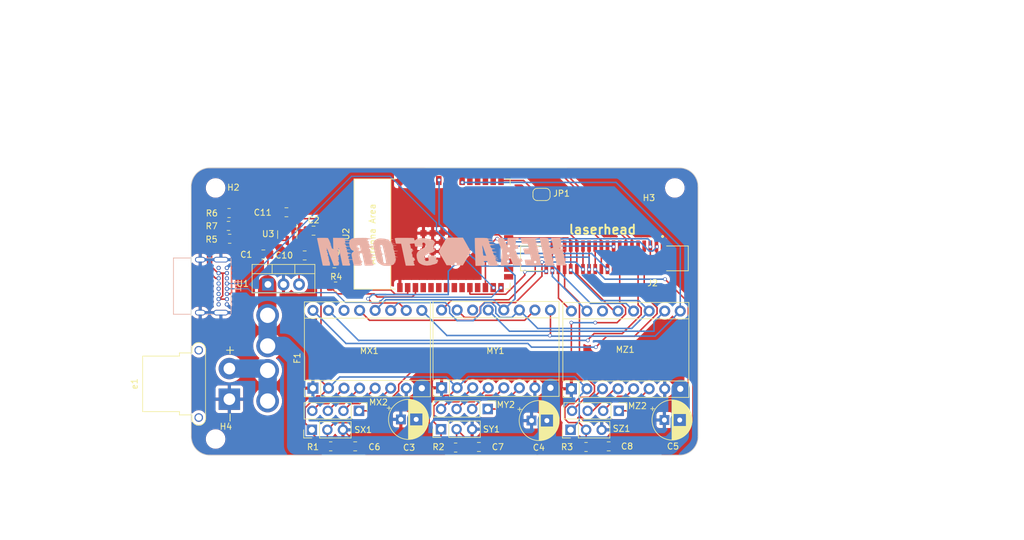
<source format=kicad_pcb>
(kicad_pcb (version 20221018) (generator pcbnew)
  (title_block (title "Firestarter") (date "2020-05-17") (rev "1") (company "Hexastorm"))
  (layers (0 "F.Cu" signal) (31 "B.Cu" signal) (34 "B.Paste" user) (35 "F.Paste" user) (36 "B.SilkS" user "B.Silkscreen") (37 "F.SilkS" user "F.Silkscreen") (38 "B.Mask" user) (39 "F.Mask" user) (44 "Edge.Cuts" user))
  (net 0 "")
  (net 1 "+12V")
  (net 2 "+5V")
  (net 3 "GND")
  (net 4 "+3.3V")
  (net 5 "STEP_ENABLE")
  (net 6 "X_PO")
  (net 7 "Y_PO")
  (net 8 "Z_PO")
  (net 9 "Net-(e1-Pin_2)")
  (net 10 "SPI_SI")
  (net 11 "POT_SDA")
  (net 12 "SPI_SS")
  (net 13 "POT_SCL")
  (net 14 "SPI_SS2")
  (net 15 "SPI_SO")
  (net 16 "SPI_SCK")
  (net 17 "X_1B")
  (net 18 "X_1A")
  (net 19 "X_DIR")
  (net 20 "X_STEP")
  (net 21 "SPI_SS3")
  (net 22 "X_2A")
  (net 23 "SPI_XOYI")
  (net 24 "Y_DIR")
  (net 25 "Y_STEP")
  (net 26 "Z_DIR")
  (net 27 "Z_STEP")
  (net 28 "X_2B")
  (net 30 "CFG_RST")
  (net 31 "Y_1B")
  (net 32 "Y_1A")
  (net 33 "Y_2A")
  (net 34 "SPI_YOZI")
  (net 35 "CFG_DONE")
  (net 36 "Y_2B")
  (net 38 "Z_1B")
  (net 39 "Z_1A")
  (net 40 "Z_2A")
  (net 41 "Z_2B")
  (net 43 "FREE")
  (net 44 "Net-(P1-VBUS-PadA4)")
  (net 45 "Net-(P1-CC)")
  (net 46 "Net-(P1-VCONN)")
  (net 47 "Net-(U2-EN)")
  (net 52 "D-")
  (net 53 "D+")
  (net 59 "Net-(JP1-A)")
  (footprint "MountingHole:MountingHole_2.7mm_M2.5" (layer "F.Cu") (at 155 127 180)
    (fp_text reference "H2")
    (fp_text value "MountingHole")
  )
  (footprint "MountingHole:MountingHole_2.7mm_M2.5" (layer "F.Cu") (at 230 127.95)
    (fp_text reference "H3")
    (fp_text value "MountingHole")
  )
  (footprint "MountingHole:MountingHole_2.7mm_M2.5" (layer "F.Cu") (at 155 168)
    (fp_text reference "H4")
    (fp_text value "MountingHole")
  )
  (footprint "footprints:AMASS_XT30PW-F_1x02_P2.50mm_Horizontal" (layer "F.Cu") (at 157.25 161.5 90)
    (fp_text reference "e1")
    (fp_text value "Screw_Terminal_01x02")
  )
  (footprint "Capacitor_THT:CP_Radial_D6.3mm_P2.50mm" (layer "F.Cu") (at 185.26 164.8)
    (fp_text reference "C3")
    (fp_text value "100uF")
  )
  (footprint "Connector_PinHeader_2.54mm:PinHeader_1x04_P2.54mm_Vertical" (layer "F.Cu") (at 199.44 163.1 -90)
    (fp_text reference "MY2")
    (fp_text value "MOLEX_2041")
  )
  (footprint "Connector_PinHeader_2.54mm:PinHeader_1x03_P2.54mm_Vertical" (layer "F.Cu") (at 191.82 166.4 90)
    (fp_text reference "SY1")
    (fp_text value "MOLEX_2031")
  )
  (footprint "footprints:ESP32-S3-WROOM-2" (layer "F.Cu") (at 193.36 134.53 90)
    (fp_text reference "U2")
    (fp_text value "ESP32-S3-WROOM-2")
  )
  (footprint "Capacitor_SMD:C_0805_2012Metric_Pad1.18x1.45mm_HandSolder" (layer "F.Cu") (at 219.2 169.2 180)
    (fp_text reference "C8")
    (fp_text value "0.1uF")
  )
  (footprint "footprints:TMC2130" (layer "F.Cu") (at 213.11 159.8 90)
    (fp_text reference "MZ1")
    (fp_text value "Z_STEPPER")
  )
  (footprint "footprints:TMC2130" (layer "F.Cu") (at 191.91 159.64 90)
    (fp_text reference "MY1")
    (fp_text value "Y_STEPPER")
  )
  (footprint "Package_TO_SOT_SMD:SOT-23" (layer "F.Cu") (at 166.7 134.6175 -90)
    (fp_text reference "U3")
    (fp_text value "MCP1700x-330xxTT")
  )
  (footprint "Capacitor_SMD:C_0805_2012Metric_Pad1.18x1.45mm_HandSolder" (layer "F.Cu") (at 169.5475 138.02)
    (fp_text reference "C10")
    (fp_text value "1mF")
  )
  (footprint "Capacitor_SMD:C_0805_2012Metric_Pad1.18x1.45mm_HandSolder" (layer "F.Cu") (at 177.8 169.2 180)
    (fp_text reference "C6")
    (fp_text value "0.1uF")
  )
  (footprint "Resistor_SMD:R_0805_2012Metric" (layer "F.Cu") (at 173.8 169.2)
    (fp_text reference "R1")
    (fp_text value "10K")
  )
  (footprint "Capacitor_SMD:C_0805_2012Metric_Pad1.18x1.45mm_HandSolder" (layer "F.Cu") (at 198 169.3 180)
    (fp_text reference "C7")
    (fp_text value "0.1uF")
  )
  (footprint "Capacitor_SMD:C_0805_2012Metric_Pad1.18x1.45mm_HandSolder" (layer "F.Cu") (at 174.4 139.3 180)
    (fp_text reference "C9")
    (fp_text value "1uF")
  )
  (footprint "Capacitor_SMD:C_0805_2012Metric_Pad1.18x1.45mm_HandSolder" (layer "F.Cu") (at 162.8 137.86 180)
    (fp_text reference "C1")
    (fp_text value "0.33mF")
  )
  (footprint "footprints:MCCQ-121" (layer "F.Cu") (at 163.5 154.8 90)
    (fp_text reference "F1")
    (fp_text value "30A")
  )
  (footprint "Resistor_SMD:R_0805_2012Metric" (layer "F.Cu") (at 174.6 143.1 180)
    (fp_text reference "R4")
    (fp_text value "10K")
  )
  (footprint "Connector_PinHeader_2.54mm:PinHeader_1x04_P2.54mm_Vertical" (layer "F.Cu") (at 178.42 163.4 -90)
    (fp_text reference "MX2")
    (fp_text value "MOLEX_2041")
  )
  (footprint "Capacitor_THT:CP_Radial_D6.3mm_P2.50mm" (layer "F.Cu") (at 228.3 164.9)
    (fp_text reference "C5")
    (fp_text value "100uF")
  )
  (footprint "Capacitor_SMD:C_0805_2012Metric_Pad1.18x1.45mm_HandSolder" (layer "F.Cu") (at 166.57 130.97)
    (fp_text reference "C11")
    (fp_text value "1mF")
  )
  (footprint "Jumper:SolderJumper-2_P1.3mm_Open_RoundedPad1.0x1.5mm" (layer "F.Cu") (at 208.23 128.06)
    (fp_text reference "JP1")
    (fp_text value "Jumper_2_Open")
  )
  (footprint "Connector_PinHeader_2.54mm:PinHeader_1x03_P2.54mm_Vertical" (layer "F.Cu") (at 212.975 166.5 90)
    (fp_text reference "SZ1")
    (fp_text value "MOLEX_2031")
  )
  (footprint "Resistor_SMD:R_0805_2012Metric" (layer "F.Cu") (at 194.2 169.4)
    (fp_text reference "R2")
    (fp_text value "10K")
  )
  (footprint "Connector_PinHeader_2.54mm:PinHeader_1x04_P2.54mm_Vertical" (layer "F.Cu") (at 220.84 163.4 -90)
    (fp_text reference "MZ2")
    (fp_text value "MOLEX_2041")
  )
  (footprint "Resistor_SMD:R_0805_2012Metric" (layer "F.Cu") (at 157.3 135.3)
    (fp_text reference "R5")
    (fp_text value "5.1K")
  )
  (footprint "Package_TO_SOT_THT:TO-220-3_Vertical" (layer "F.Cu") (at 163.55 142.76)
    (fp_text reference "U1")
    (fp_text value "LM7805_TO220")
  )
  (footprint "Resistor_SMD:R_0805_2012Metric" (layer "F.Cu") (at 157.1 133.2)
    (fp_text reference "R7")
    (fp_text value "0K")
  )
  (footprint "Capacitor_THT:CP_Radial_D6.3mm_P2.50mm" (layer "F.Cu") (at 206.6 164.99)
    (fp_text reference "C4")
    (fp_text value "100uF")
  )
  (footprint "footprints:TE_2-1734248-0" (layer "F.Cu") (at 219.03 138.485 180)
    (fp_text reference "J2")
    (fp_text value "2-1734248-0")
  )
  (footprint "Capacitor_SMD:C_0805_2012Metric_Pad1.18x1.45mm_HandSolder" (layer "F.Cu") (at 171 133.98 180)
    (fp_text reference "C2")
    (fp_text value "0.1mF")
  )
  (footprint "Resistor_SMD:R_0805_2012Metric" (layer "F.Cu") (at 157.2 131.1)
    (fp_text reference "R6")
    (fp_text value "5.1K")
  )
  (footprint "Resistor_SMD:R_0805_2012Metric" (layer "F.Cu") (at 215.5 169.3)
    (fp_text reference "R3")
    (fp_text value "10K")
  )
  (footprint "footprints:TMC2130" (layer "F.Cu") (at 170.9 159.7 90)
    (fp_text reference "MX1")
    (fp_text value "X_STEPPER")
  )
  (footprint "Connector_PinHeader_2.54mm:PinHeader_1x03_P2.54mm_Vertical" (layer "F.Cu") (at 170.72 166.5 90)
    (fp_text reference "SX1")
    (fp_text value "MOLEX_2031")
  )
  (footprint "footprints:USB_C_Receptacle_GCT_USB4085" (layer "B.Cu") (at 156.85 146.01 90)
    (fp_text reference "P1")
    (fp_text value "USB_C_Plug_USB2.0")
  )
  (footprint "footprints:hexastorm" (layer "B.Cu") (at 192.1 137.4 180)
    (fp_text reference "G1" hide)
    (fp_text value "LOGO" hide)
  )
  (gr_arc (start 154.069261 170.648) (mid 151.914 169.755261) (end 151.021261 167.6) (stroke (width 0.12)) (layer "Edge.Cuts"))
  (gr_arc (start 233.8 167.6) (mid 232.907261 169.755261) (end 230.752 170.648) (stroke (width 0.12)) (layer "Edge.Cuts"))
  (gr_arc (start 230.744739 123.707261) (mid 232.9 124.6) (end 233.792739 126.755261) (stroke (width 0.12)) (layer "Edge.Cuts"))
  (gr_arc (start 151.007261 126.755261) (mid 151.9 124.6) (end 154.055261 123.707261) (stroke (width 0.12)) (layer "Edge.Cuts"))
  (gr_line (start 154.055261 123.707261) (end 230.744739 123.707261) (stroke (width 0.12)) (layer "Edge.Cuts"))
  (gr_line (start 154.069261 170.648) (end 230.752 170.648) (stroke (width 0.12)) (layer "Edge.Cuts"))
  (gr_line (start 233.8 167.6) (end 233.8 126.755261) (stroke (width 0.12)) (layer "Edge.Cuts"))
  (gr_line (start 151.007261 126.755261) (end 151.021261 167.6) (stroke (width 0.12)) (layer "Edge.Cuts"))
  (gr_text "laserhead" (at 218.2 133.8) (layer "F.SilkS") (effects (font (size 1.5 1.5) (thickness 0.3))))
  (segment (start 163.55 138.1475) (end 163.8375 137.86) (width 0.25) (layer "F.Cu") (net 1))
  (segment (start 163.4375 147.7375) (end 163.4375 142.76) (width 3) (layer "F.Cu") (net 1))
  (segment (start 163.5 147.8) (end 163.4375 147.7375) (width 3) (layer "F.Cu") (net 1))
  (segment (start 163.55 142.76) (end 163.55 138.1475) (width 0.25) (layer "F.Cu") (net 1))
  (segment (start 163.5 152.8) (end 166.116295 152.8) (width 3) (layer "B.Cu") (net 1))
  (segment (start 209.75 164.34) (end 209.75 159.64) (width 3) (layer "B.Cu") (net 1))
  (segment (start 168.17 154.853705) (end 168.17 169.05) (width 3) (layer "B.Cu") (net 1))
  (segment (start 230.8 164.9) (end 230.95 164.75) (width 3) (layer "B.Cu") (net 1))
  (segment (start 179.6 169.05) (end 185.05 169.05) (width 3) (layer "B.Cu") (net 1))
  (segment (start 187.76 166.34) (end 187.76 164.8) (width 3) (layer "B.Cu") (net 1))
  (segment (start 230.95 164.75) (end 230.95 159.8) (width 3) (layer "B.Cu") (net 1))
  (segment (start 188.74 163.82) (end 188.74 159.7) (width 3) (layer "B.Cu") (net 1))
  (segment (start 230.8 167.4) (end 230.8 164.9) (width 3) (layer "B.Cu") (net 1))
  (segment (start 168.17 169.05) (end 179.6 169.05) (width 3) (layer "B.Cu") (net 1))
  (segment (start 209.1 167.49) (end 209.1 164.99) (width 3) (layer "B.Cu") (net 1))
  (segment (start 209.1 164.99) (end 209.75 164.34) (width 3) (layer "B.Cu") (net 1))
  (segment (start 185.05 169.05) (end 187.76 166.34) (width 3) (layer "B.Cu") (net 1))
  (segment (start 229.15 169.05) (end 230.8 167.4) (width 3) (layer "B.Cu") (net 1))
  (segment (start 207.54 169.05) (end 209.1 167.49) (width 3) (layer "B.Cu") (net 1))
  (segment (start 166.116295 152.8) (end 168.17 154.853705) (width 3) (layer "B.Cu") (net 1))
  (segment (start 207.54 169.05) (end 229.15 169.05) (width 3) (layer "B.Cu") (net 1))
  (segment (start 163.5 147.8) (end 163.5 152.8) (width 3) (layer "B.Cu") (net 1))
  (segment (start 187.76 164.8) (end 188.74 163.82) (width 3) (layer "B.Cu") (net 1))
  (segment (start 179.6 169.05) (end 207.54 169.05) (width 3) (layer "B.Cu") (net 1))
  (segment (start 172.0375 134.4925) (end 172.0375 133.98) (width 0.25) (layer "F.Cu") (net 2))
  (segment (start 168.63 138.14) (end 168.51 138.02) (width 0.25) (layer "F.Cu") (net 2))
  (segment (start 166.7 135.555) (end 166.7 136.21) (width 0.25) (layer "F.Cu") (net 2))
  (segment (start 166.7 136.21) (end 168.51 138.02) (width 0.25) (layer "F.Cu") (net 2))
  (segment (start 158.0125 133.2) (end 160.3675 135.555) (width 0.25) (layer "F.Cu") (net 2))
  (segment (start 160.3675 135.555) (end 166.7 135.555) (width 0.25) (layer "F.Cu") (net 2))
  (segment (start 168.51 138.02) (end 172.0375 134.4925) (width 0.25) (layer "F.Cu") (net 2))
  (segment (start 168.63 142.76) (end 168.63 138.14) (width 0.25) (layer "F.Cu") (net 2))
  (segment (start 178.5 169.2) (end 178.8375 169.2) (width 0.25) (layer "F.Cu") (net 3))
  (segment (start 175.8 166.5) (end 178.5 169.2) (width 0.25) (layer "F.Cu") (net 3))
  (segment (start 190.645 162.613299) (end 192.393299 160.865) (width 0.25) (layer "F.Cu") (net 4))
  (segment (start 166.5825 132.02) (end 165.5325 130.97) (width 0.25) (layer "F.Cu") (net 4))
  (segment (start 176.35 136.65) (end 175.9 136.2) (width 0.25) (layer "F.Cu") (net 4))
  (segment (start 169.625 165.405) (end 169.625 162.913299) (width 0.25) (layer "F.Cu") (net 4))
  (segment (start 169.625 162.913299) (end 171.566497 160.971802) (width 0.25) (layer "F.Cu") (net 4))
  (segment (start 190.645 165.225) (end 190.645 162.613299) (width 0.25) (layer "F.Cu") (net 4))
  (segment (start 191.82 166.4) (end 191.82 167.9325) (width 0.25) (layer "F.Cu") (net 4))
  (segment (start 175.9 136.2) (end 171.72 132.02) (width 0.25) (layer "F.Cu") (net 4))
  (segment (start 191.82 166.4) (end 190.645 165.225) (width 0.25) (layer "F.Cu") (net 4))
  (segment (start 170.72 166.5) (end 170.72 167.0325) (width 0.25) (layer "F.Cu") (net 4))
  (segment (start 165.5325 130.97) (end 165.5325 133.4625) (width 0.25) (layer "F.Cu") (net 4))
  (segment (start 171.566497 160.971802) (end 172.168198 160.971802) (width 0.25) (layer "F.Cu") (net 4))
  (segment (start 172.215 138.821827) (end 174.836827 136.2) (width 0.25) (layer "F.Cu") (net 4))
  (segment (start 175.5125 143.1) (end 176.0675 143.655) (width 0.25) (layer "F.Cu") (net 4))
  (segment (start 172.168198 160.971802) (end 173.44 159.7) (width 0.25) (layer "F.Cu") (net 4))
  (segment (start 170.72 167.0325) (end 172.8875 169.2) (width 0.25) (layer "F.Cu") (net 4))
  (segment (start 178.2 143.655) (end 183.625 143.655) (width 0.25) (layer "F.Cu") (net 4))
  (segment (start 193.225 160.865) (end 194.45 159.64) (width 0.25) (layer "F.Cu") (net 4))
  (segment (start 165.5325 133.4625) (end 165.75 133.68) (width 0.25) (layer "F.Cu") (net 4))
  (segment (start 186.295 144.355) (end 186.37 144.28) (width 0.25) (layer "F.Cu") (net 4))
  (segment (start 192.393299 160.865) (end 193.225 160.865) (width 0.25) (layer "F.Cu") (net 4))
  (segment (start 171.72 132.02) (end 166.5825 132.02) (width 0.25) (layer "F.Cu") (net 4))
  (segment (start 186.37 144.28) (end 186.37 143.28) (width 0.25) (layer "F.Cu") (net 4))
  (segment (start 173.44 159.7) (end 172.215 158.475) (width 0.25) (layer "F.Cu") (net 4))
  (segment (start 184.325 144.355) (end 186.295 144.355) (width 0.25) (layer "F.Cu") (net 4))
  (segment (start 191.82 167.9325) (end 193.2875 169.4) (width 0.25) (layer "F.Cu") (net 4))
  (segment (start 170.72 166.5) (end 169.625 165.405) (width 0.25) (layer "F.Cu") (net 4))
  (segment (start 183.625 143.655) (end 184.325 144.355) (width 0.25) (layer "F.Cu") (net 4))
  (segment (start 175.5125 143.1) (end 176.35 142.2625) (width 0.25) (layer "F.Cu") (net 4))
  (segment (start 176.0675 143.655) (end 178.2 143.655) (width 0.25) (layer "F.Cu") (net 4))
  (segment (start 172.215 158.475) (end 172.215 138.821827) (width 0.25) (layer "F.Cu") (net 4))
  (segment (start 176.35 142.2625) (end 176.35 136.65) (width 0.25) (layer "F.Cu") (net 4))
  (segment (start 174.836827 136.2) (end 175.9 136.2) (width 0.25) (layer "F.Cu") (net 4))
  (segment (start 194.45 159.64) (end 192.685 157.875) (width 0.25) (layer "B.Cu") (net 4))
  (segment (start 175.265 157.875) (end 173.44 159.7) (width 0.25) (layer "B.Cu") (net 4))
  (segment (start 194.45 159.64) (end 196.275 157.815) (width 0.25) (layer "B.Cu") (net 4))
  (segment (start 213.665 157.815) (end 215.65 159.8) (width 0.25) (layer "B.Cu") (net 4))
  (segment (start 212.975 166.5) (end 214.395 165.08) (width 0.25) (layer "B.Cu") (net 4))
  (segment (start 214.395 161.055) (end 215.65 159.8) (width 0.25) (layer "B.Cu") (net 4))
  (segment (start 192.685 157.875) (end 175.265 157.875) (width 0.25) (layer "B.Cu") (net 4))
  (segment (start 214.395 165.08) (end 214.395 161.055) (width 0.25) (layer "B.Cu") (net 4))
  (segment (start 196.275 157.815) (end 213.665 157.815) (width 0.25) (layer "B.Cu") (net 4))
  (segment (start 209.6 151.1) (end 209.69 151.01) (width 0.25) (layer "F.Cu") (net 5))
  (segment (start 209.69 151.01) (end 209.69 146.94) (width 0.25) (layer "F.Cu") (net 5))
  (via (at 209.6 151.1) (size 0.6) (drill 0.4) (layers "F.Cu" "B.Cu") (net 5))
  (via (at 195.3 126.1) (size 0.6) (drill 0.4) (layers "F.Cu" "B.Cu") (net 5))
  (segment (start 230.89 136.61) (end 230.89 147.1) (width 0.25) (layer "B.Cu") (net 5))
  (segment (start 195.3 126.1) (end 220.4 126.1) (width 0.25) (layer "B.Cu") (net 5))
  (segment (start 230.9 136.6) (end 230.89 136.61) (width 0.25) (layer "B.Cu") (net 5))
  (segment (start 188.68 147) (end 192.78 151.1) (width 0.25) (layer "B.Cu") (net 5))
  (segment (start 192.78 151.1) (end 209.6 151.1) (width 0.25) (layer "B.Cu") (net 5))
  (segment (start 209.6 151.1) (end 209.5 151) (width 0.25) (layer "B.Cu") (net 5))
  (segment (start 230.89 147.1) (end 226.79 151.2) (width 0.25) (layer "B.Cu") (net 5))
  (segment (start 220.4 126.1) (end 230.9 136.6) (width 0.25) (layer "B.Cu") (net 5))
  (segment (start 209.7 151.2) (end 209.6 151.1) (width 0.25) (layer "B.Cu") (net 5))
  (segment (start 226.79 151.2) (end 209.7 151.2) (width 0.25) (layer "B.Cu") (net 5))
  (segment (start 220.562412 149) (end 217 149) (width 0.25) (layer "F.Cu") (net 6))
  (segment (start 213.1 154.9) (end 213.1 149) (width 0.25) (layer "F.Cu") (net 6))
  (segment (start 184.9 159.1) (end 188.6 155.4) (width 0.25) (layer "F.Cu") (net 6))
  (segment (start 221 145.637588) (end 221.955 146.592588) (width 0.25) (layer "F.Cu") (net 6))
  (segment (start 212.6 155.4) (end 213.1 154.9) (width 0.25) (layer "F.Cu") (net 6))
  (segment (start 179.707412 165.325) (end 184.9 160.132412) (width 0.25) (layer "F.Cu") (net 6))
  (segment (start 173.26 166.5) (end 174.435 165.325) (width 0.25) (layer "F.Cu") (net 6))
  (segment (start 174.435 165.325) (end 179.707412 165.325) (width 0.25) (layer "F.Cu") (net 6))
  (segment (start 173.26 167.7475) (end 174.7125 169.2) (width 0.25) (layer "F.Cu") (net 6))
  (segment (start 221.955 147.607412) (end 220.562412 149) (width 0.25) (layer "F.Cu") (net 6))
  (segment (start 184.9 160.132412) (end 184.9 159.1) (width 0.25) (layer "F.Cu") (net 6))
  (segment (start 174.7125 169.2) (end 176.7625 169.2) (width 0.25) (layer "F.Cu") (net 6))
  (segment (start 188.6 155.4) (end 212.6 155.4) (width 0.25) (layer "F.Cu") (net 6))
  (segment (start 221 140.25) (end 221 145.637588) (width 0.25) (layer "F.Cu") (net 6))
  (segment (start 221 136.5) (end 221 140.25) (width 0.25) (layer "F.Cu") (net 6))
  (segment (start 173.26 166.5) (end 173.26 167.7475) (width 0.25) (layer "F.Cu") (net 6))
  (segment (start 221.955 146.592588) (end 221.955 147.607412) (width 0.25) (layer "F.Cu") (net 6))
  (via (at 213.1 149) (size 0.6) (drill 0.4) (layers "F.Cu" "B.Cu") (net 6))
  (via (at 217 149) (size 0.6) (drill 0.4) (layers "F.Cu" "B.Cu") (net 6))
  (segment (start 213.1 149) (end 217 149) (width 0.25) (layer "B.Cu") (net 6))
  (segment (start 198.31 170.35) (end 226.940991 170.35) (width 0.25) (layer "F.Cu") (net 7))
  (segment (start 194.36 166.4) (end 194.36 168.6475) (width 0.25) (layer "F.Cu") (net 7))
  (segment (start 217 136.5) (end 217 140.3) (width 0.25) (layer "F.Cu") (net 7))
  (segment (start 196.8625 169.4) (end 196.9625 169.3) (width 0.25) (layer "F.Cu") (net 7))
  (segment (start 217 140.3) (end 217 140.25) (width 0.25) (layer "F.Cu") (net 7))
  (segment (start 194.36 168.6475) (end 195.1125 169.4) (width 0.25) (layer "F.Cu") (net 7))
  (segment (start 232.2 165.090991) (end 232.2 145.7) (width 0.25) (layer "F.Cu") (net 7))
  (segment (start 226.940991 170.35) (end 232.2 165.090991) (width 0.25) (layer "F.Cu") (net 7))
  (segment (start 195.1125 169.4) (end 196.8625 169.4) (width 0.25) (layer "F.Cu") (net 7))
  (segment (start 232.2 145.7) (end 228.4 141.9) (width 0.25) (layer "F.Cu") (net 7))
  (segment (start 194.36 166.4) (end 198.31 170.35) (width 0.25) (layer "F.Cu") (net 7))
  (via (at 217 140.3) (size 0.6) (drill 0.4) (layers "F.Cu" "B.Cu") (net 7))
  (via (at 228.4 141.9) (size 0.6) (drill 0.4) (layers "F.Cu" "B.Cu") (net 7))
  (segment (start 218.6 141.9) (end 228.4 141.9) (width 0.25) (layer "B.Cu") (net 7))
  (segment (start 217 140.3) (end 218.6 141.9) (width 0.25) (layer "B.Cu") (net 7))
  (segment (start 214.508794 161.191206) (end 215.991206 161.191206) (width 0.25) (layer "F.Cu") (net 8))
  (segment (start 216.875 159.292588) (end 214.425 156.842588) (width 0.25) (layer "F.Cu") (net 8))
  (segment (start 212 136.5) (end 212 140.25) (width 0.25) (layer "F.Cu") (net 8))
  (segment (start 213.475 162.225) (end 214.508794 161.191206) (width 0.25) (layer "F.Cu") (net 8))
  (segment (start 212.733299 162.225) (end 213.475 162.225) (width 0.25) (layer "F.Cu") (net 8))
  (segment (start 216.875 160.307412) (end 216.875 159.292588) (width 0.25) (layer "F.Cu") (net 8))
  (segment (start 218.0625 169.3) (end 218.1625 169.2) (width 0.25) (layer "F.Cu") (net 8))
  (segment (start 212 143.3) (end 212 140.25) (width 0.25) (layer "F.Cu") (net 8))
  (segment (start 215.515 168.4025) (end 216.4125 169.3) (width 0.25) (layer "F.Cu") (net 8))
  (segment (start 216.4125 169.3) (end 218.0625 169.3) (width 0.25) (layer "F.Cu") (net 8))
  (segment (start 214.425 145.725) (end 212 143.3) (width 0.25) (layer "F.Cu") (net 8))
  (segment (start 212.045 164.735) (end 212.045 162.913299) (width 0.25) (layer "F.Cu") (net 8))
  (segment (start 214.425 156.842588) (end 214.425 145.725) (width 0.25) (layer "F.Cu") (net 8))
  (segment (start 215.515 166.5) (end 214.34 165.325) (width 0.25) (layer "F.Cu") (net 8))
  (segment (start 212.635 165.325) (end 212.045 164.735) (width 0.25) (layer "F.Cu") (net 8))
  (segment (start 215.991206 161.191206) (end 216.875 160.307412) (width 0.25) (layer "F.Cu") (net 8))
  (segment (start 215.515 166.5) (end 215.515 168.4025) (width 0.25) (layer "F.Cu") (net 8))
  (segment (start 214.34 165.325) (end 212.635 165.325) (width 0.25) (layer "F.Cu") (net 8))
  (segment (start 212.045 162.913299) (end 212.733299 162.225) (width 0.25) (layer "F.Cu") (net 8))
  (segment (start 163.2 156.5) (end 163.5 156.8) (width 3) (layer "B.Cu") (net 9))
  (segment (start 157.25 156.5) (end 163.2 156.5) (width 3) (layer "B.Cu") (net 9))
  (segment (start 163.5 156.8) (end 163.5 161.8) (width 3) (layer "B.Cu") (net 9))
  (segment (start 201.785 136.36) (end 201.925 136.5) (width 0.25) (layer "F.Cu") (net 10))
  (segment (start 201.235 134.65) (end 201.785 135.2) (width 0.25) (layer "F.Cu") (net 10))
  (segment (start 186.14 147) (end 184.915 145.775) (width 0.25) (layer "F.Cu") (net 10))
  (segment (start 184.915 145.775) (end 180.575 145.775) (width 0.25) (layer "F.Cu") (net 10))
  (segment (start 194.2 139.4) (end 198.95 134.65) (width 0.25) (layer "F.Cu") (net 10))
  (segment (start 201.785 135.2) (end 201.785 136.36) (width 0.25) (layer "F.Cu") (net 10))
  (segment (start 220 136.6) (end 220 136.5) (width 0.25) (layer "F.Cu") (net 10))
  (segment (start 201.925 136.5) (end 202.9 136.5) (width 0.25) (layer "F.Cu") (net 10))
  (segment (start 180.575 145.775) (end 179.9 145.1) (width 0.25) (layer "F.Cu") (net 10))
  (segment (start 220 136.5) (end 220 140.25) (width 0.25) (layer "F.Cu") (net 10))
  (segment (start 198.95 134.65) (end 201.235 134.65) (width 0.25) (layer "F.Cu") (net 10))
  (via (at 179.9 145.1) (size 0.6) (drill 0.4) (layers "F.Cu" "B.Cu") (net 10))
  (via (at 202.9 136.5) (size 0.6) (drill 0.4) (layers "F.Cu" "B.Cu") (net 10))
  (via (at 220 136.6) (size 0.6) (drill 0.4) (layers "F.Cu" "B.Cu") (net 10))
  (via (at 194.2 139.4) (size 0.6) (drill 0.4) (layers "F.Cu" "B.Cu") (net 10))
  (segment (start 179.9 145.1) (end 180.585 144.415) (width 0.25) (layer "B.Cu") (net 10))
  (segment (start 202.9 136.5) (end 219.9 136.5) (width 0.25) (layer "B.Cu") (net 10))
  (segment (start 193 144.415) (end 193 140.6) (width 0.25) (layer "B.Cu") (net 10))
  (segment (start 219.9 136.5) (end 220 136.6) (width 0.25) (layer "B.Cu") (net 10))
  (segment (start 181.7 144.415) (end 182.8 144.415) (width 0.25) (layer "B.Cu") (net 10))
  (segment (start 182.8 144.415) (end 193 144.415) (width 0.25) (layer "B.Cu") (net 10))
  (segment (start 180.585 144.415) (end 182.8 144.415) (width 0.25) (layer "B.Cu") (net 10))
  (segment (start 193 140.6) (end 194.2 139.4) (width 0.25) (layer "B.Cu") (net 10))
  (segment (start 200.9 135.2) (end 200.8 135.3) (width 0.25) (layer "F.Cu") (net 11))
  (segment (start 226 136.6) (end 226 140.25) (width 0.25) (layer "F.Cu") (net 11))
  (segment (start 199.07 137.03) (end 199.07 143.28) (width 0.25) (layer "F.Cu") (net 11))
  (segment (start 201 135.3) (end 201 135.1) (width 0.25) (layer "F.Cu") (net 11))
  (segment (start 201 135.1) (end 199.07 137.03) (width 0.25) (layer "F.Cu") (net 11))
  (segment (start 200.8 135.3) (end 201 135.3) (width 0.25) (layer "F.Cu") (net 11))
  (via (at 226 136.6) (size 0.6) (drill 0.4) (layers "F.Cu" "B.Cu") (net 11))
  (via (at 201 135.3) (size 0.6) (drill 0.4) (layers "F.Cu" "B.Cu") (net 11))
  (segment (start 225.6 135.3) (end 226 135.7) (width 0.25) (layer "B.Cu") (net 11))
  (segment (start 226 135.7) (end 226 136.6) (width 0.25) (layer "B.Cu") (net 11))
  (segment (start 201 135.3) (end 225.6 135.3) (width 0.25) (layer "B.Cu") (net 11))
  (segment (start 202.86 137.705) (end 202.855 137.705) (width 0.25) (layer "F.Cu") (net 12))
  (segment (start 202.855 137.705) (end 202.8 137.7) (width 0.25) (layer "F.Cu") (net 12))
  (segment (start 219 136.5) (end 219 140.25) (width 0.25) (layer "F.Cu") (net 12))
  (via (at 219 140.3) (size 0.6) (drill 0.4) (layers "F.Cu" "B.Cu") (net 12))
  (via (at 202.8 137.7) (size 0.6) (drill 0.4) (layers "F.Cu" "B.Cu") (net 12))
  (segment (start 216.4 137.7) (end 219 140.3) (width 0.25) (layer "B.Cu") (net 12))
  (segment (start 202.8 137.7) (end 216.4 137.7) (width 0.25) (layer "B.Cu") (net 12))
  (segment (start 227 136.7) (end 227 140.25) (width 0.25) (layer "F.Cu") (net 13))
  (segment (start 227.1 136.6) (end 227 136.7) (width 0.25) (layer "F.Cu") (net 13))
  (via (at 202.8 139) (size 0.6) (drill 0.4) (layers "F.Cu" "B.Cu") (net 13))
  (via (at 227.1 136.6) (size 0.6) (drill 0.4) (layers "F.Cu" "B.Cu") (net 13))
  (segment (start 225.816116 137.3) (end 226.4 137.3) (width 0.25) (layer "B.Cu") (net 13))
  (segment (start 224.316116 135.8) (end 225.816116 137.3) (width 0.25) (layer "B.Cu") (net 13))
  (segment (start 202.175 136.341116) (end 202.716116 135.8) (width 0.25) (layer "B.Cu") (net 13))
  (segment (start 226.4 137.3) (end 227.1 136.6) (width 0.25) (layer "B.Cu") (net 13))
  (segment (start 202.716116 135.8) (end 224.316116 135.8) (width 0.25) (layer "B.Cu") (net 13))
  (segment (start 202.8 139) (end 202.175 138.375) (width 0.25) (layer "B.Cu") (net 13))
  (segment (start 202.175 138.375) (end 202.175 136.341116) (width 0.25) (layer "B.Cu") (net 13))
  (segment (start 215 132.625) (end 218 135.625) (width 0.25) (layer "F.Cu") (net 14))
  (segment (start 218 136.5) (end 218 140.25) (width 0.25) (layer "F.Cu") (net 14))
  (segment (start 202.86 132.625) (end 215 132.625) (width 0.25) (layer "F.Cu") (net 14))
  (segment (start 218 135.625) (end 218 136.5) (width 0.25) (layer "F.Cu") (net 14))
  (segment (start 220.075 147.1) (end 220.73 147.1) (width 0.25) (layer "F.Cu") (net 15))
  (segment (start 214 141.025) (end 220.075 147.1) (width 0.25) (layer "F.Cu") (net 15))
  (segment (start 212.27 133.895) (end 214 135.625) (width 0.25) (layer "F.Cu") (net 15))
  (segment (start 214 136.5) (end 214 140.25) (width 0.25) (layer "F.Cu") (net 15))
  (segment (start 214 135.625) (end 214 136.5) (width 0.25) (layer "F.Cu") (net 15))
  (segment (start 214 140.25) (end 214 141.025) (width 0.25) (layer "F.Cu") (net 15))
  (segment (start 202.86 133.895) (end 212.27 133.895) (width 0.25) (layer "F.Cu") (net 15))
  (segment (start 213 136.5) (end 213 140.25) (width 0.25) (layer "F.Cu") (net 16))
  (segment (start 212.54 135.165) (end 213 135.625) (width 0.25) (layer "F.Cu") (net 16))
  (segment (start 202.86 135.165) (end 212.54 135.165) (width 0.25) (layer "F.Cu") (net 16))
  (segment (start 213 135.625) (end 213 136.5) (width 0.25) (layer "F.Cu") (net 16))
  (via (at 213 140.4) (size 0.6) (drill 0.4) (layers "F.Cu" "B.Cu") (net 16))
  (segment (start 198.305 147.447412) (end 198.305 146.432588) (width 0.25) (layer "B.Cu") (net 16))
  (segment (start 198.305 146.432588) (end 199.022588 145.715) (width 0.25) (layer "B.Cu") (net 16))
  (segment (start 203.385 148.165) (end 204.61 146.94) (width 0.25) (layer "B.Cu") (net 16))
  (segment (start 218 145.4) (end 224.11 145.4) (width 0.25) (layer "B.Cu") (net 16))
  (segment (start 194.450786 148.673198) (end 197.079214 148.673198) (width 0.25) (layer "B.Cu") (net 16))
  (segment (start 204.61 146.94) (end 207.62 149.95) (width 0.25) (layer "B.Cu") (net 16))
  (segment (start 207.62 149.95) (end 222.96 149.95) (width 0.25) (layer "B.Cu") (net 16))
  (segment (start 183.6 147) (end 184.885 145.715) (width 0.25) (layer "B.Cu") (net 16))
  (segment (start 224.11 145.4) (end 225.81 147.1) (width 0.25) (layer "B.Cu") (net 16))
  (segment (start 201.465 148.165) (end 203.385 148.165) (width 0.25) (layer "B.Cu") (net 16))
  (segment (start 193.225 146.432588) (end 193.225 147.447412) (width 0.25) (layer "B.Cu") (net 16))
  (segment (start 199.022588 145.715) (end 200.037412 145.715) (width 0.25) (layer "B.Cu") (net 16))
  (segment (start 200.755 147.455) (end 201.465 148.165) (width 0.25) (layer "B.Cu") (net 16))
  (segment (start 222.96 149.95) (end 225.81 147.1) (width 0.25) (layer "B.Cu") (net 16))
  (segment (start 200.037412 145.715) (end 200.755 146.432588) (width 0.25) (layer "B.Cu") (net 16))
  (segment (start 184.885 145.715) (end 192.507412 145.715) (width 0.25) (layer "B.Cu") (net 16))
  (segment (start 213 140.4) (end 218 145.4) (width 0.25) (layer "B.Cu") (net 16))
  (segment (start 193.225 147.447412) (end 194.450786 148.673198) (width 0.25) (layer "B.Cu") (net 16))
  (segment (start 192.507412 145.715) (end 193.225 146.432588) (width 0.25) (layer "B.Cu") (net 16))
  (segment (start 197.079214 148.673198) (end 198.305 147.447412) (width 0.25) (layer "B.Cu") (net 16))
  (segment (start 200.755 146.432588) (end 200.755 147.455) (width 0.25) (layer "B.Cu") (net 16))
  (segment (start 173.455 162.225) (end 175.98 159.7) (width 0.25) (layer "F.Cu") (net 17))
  (segment (start 171.975 162.225) (end 173.455 162.225) (width 0.25) (layer "F.Cu") (net 17))
  (segment (start 170.8 163.4) (end 171.975 162.225) (width 0.25) (layer "F.Cu") (net 17))
  (segment (start 173.34 163.4) (end 174.515 162.225) (width 0.25) (layer "F.Cu") (net 18))
  (segment (start 175.995 162.225) (end 178.52 159.7) (width 0.25) (layer "F.Cu") (net 18))
  (segment (start 174.515 162.225) (end 175.995 162.225) (width 0.25) (layer "F.Cu") (net 18))
  (segment (start 218.868794 151.231206) (end 219.9 151.231206) (width 0.25) (layer "F.Cu") (net 19))
  (segment (start 225 140.25) (end 225 144.467588) (width 0.25) (layer "F.Cu") (net 19))
  (segment (start 225 144.467588) (end 227.1 146.567588) (width 0.25) (layer "F.Cu") (net 19))
  (segment (start 217.1 153) (end 218.868794 151.231206) (width 0.25) (layer "F.Cu") (net 19))
  (segment (start 223.411206 151.231206) (end 219.9 151.231206) (width 0.25) (layer "F.Cu") (net 19))
  (segment (start 227.1 147.542412) (end 223.411206 151.231206) (width 0.25) (layer "F.Cu") (net 19))
  (segment (start 225 136.5) (end 225 140.25) (width 0.25) (layer "F.Cu") (net 19))
  (segment (start 227.1 146.567588) (end 227.1 147.542412) (width 0.25) (layer "F.Cu") (net 19))
  (via (at 217.1 153) (size 0.6) (drill 0.4) (layers "F.Cu" "B.Cu") (net 19))
  (segment (start 206.6 153) (end 206 152.4) (width 0.25) (layer "B.Cu") (net 19))
  (segment (start 206 152.4) (end 176.3 152.4) (width 0.25) (layer "B.Cu") (net 19))
  (segment (start 176.3 152.4) (end 170.9 147) (width 0.25) (layer "B.Cu") (net 19))
  (segment (start 217.1 153) (end 206.6 153) (width 0.25) (layer "B.Cu") (net 19))
  (segment (start 221.418794 150.781206) (end 224.5 147.7) (width 0.25) (layer "F.Cu") (net 20))
  (segment (start 215.8 151.8) (end 215.8 151.9) (width 0.25) (layer "F.Cu") (net 20))
  (segment (start 224 136.5) (end 224 140.25) (width 0.25) (layer "F.Cu") (net 20))
  (segment (start 215.7 151.9) (end 216.818794 150.781206) (width 0.25) (layer "F.Cu") (net 20))
  (segment (start 224.5 146.597588) (end 224 146.097588) (width 0.25) (layer "F.Cu") (net 20))
  (segment (start 224 146.097588) (end 224 140.25) (width 0.25) (layer "F.Cu") (net 20))
  (segment (start 215.8 151.8) (end 215.8 151.8) (width 0.25) (layer "F.Cu") (net 20))
  (segment (start 224.5 147.7) (end 224.5 146.597588) (width 0.25) (layer "F.Cu") (net 20))
  (segment (start 216.818794 150.781206) (end 221.418794 150.781206) (width 0.25) (layer "F.Cu") (net 20))
  (segment (start 215.8 151.9) (end 215.7 151.9) (width 0.25) (layer "F.Cu") (net 20))
  (via (at 215.8 151.9) (size 0.6) (drill 0.4) (layers "F.Cu" "B.Cu") (net 20))
  (segment (start 178.39 151.95) (end 178.37 151.93) (width 0.25) (layer "B.Cu") (net 20))
  (segment (start 178.4 151.9) (end 178.37 151.93) (width 0.25) (layer "B.Cu") (net 20))
  (segment (start 215.8 151.9) (end 178.4 151.9) (width 0.25) (layer "B.Cu") (net 20))
  (segment (start 178.37 151.93) (end 173.44 147) (width 0.25) (layer "B.Cu") (net 20))
  (via (at 191.5 125.7) (size 0.6) (drill 0.4) (layers "F.Cu" "B.Cu") (net 21))
  (segment (start 203.9 145.11) (end 203.9 141.3) (width 0.25) (layer "B.Cu") (net 21))
  (segment (start 200.395 145.265) (end 202.07 146.94) (width 0.25) (layer "B.Cu") (net 21))
  (segment (start 181.06 147) (end 182.795 145.265) (width 0.25) (layer "B.Cu") (net 21))
  (segment (start 216.233884 145.85) (end 222.02 145.85) (width 0.25) (layer "B.Cu") (net 21))
  (segment (start 198.458058 139.758058) (end 201.3 139.758058) (width 0.25) (layer "B.Cu") (net 21))
  (segment (start 182.795 145.265) (end 200.395 145.265) (width 0.25) (layer "B.Cu") (net 21))
  (segment (start 202.07 146.94) (end 203.9 145.11) (width 0.25) (layer "B.Cu") (net 21))
  (segment (start 191.5 125.7) (end 191.5 132.9) (width 0.25) (layer "B.Cu") (net 21))
  (segment (start 201.3 139.758058) (end 210.141942 139.758058) (width 0.25) (layer "B.Cu") (net 21))
  (segment (start 197 138.4) (end 197.1 138.4) (width 0.25) (layer "B.Cu") (net 21))
  (segment (start 202.358058 139.758058) (end 201.3 139.758058) (width 0.25) (layer "B.Cu") (net 21))
  (segment (start 210.141942 139.758058) (end 216.233884 145.85) (width 0.25) (layer "B.Cu") (net 21))
  (segment (start 222.02 145.85) (end 223.27 147.1) (width 0.25) (layer "B.Cu") (net 21))
  (segment (start 191.5 132.9) (end 197 138.4) (width 0.25) (layer "B.Cu") (net 21))
  (segment (start 203.9 141.3) (end 202.358058 139.758058) (width 0.25) (layer "B.Cu") (net 21))
  (segment (start 197.1 138.4) (end 198.458058 139.758058) (width 0.25) (layer "B.Cu") (net 21))
  (segment (start 178.535 162.225) (end 181.06 159.7) (width 0.25) (layer "F.Cu") (net 22))
  (segment (start 175.88 163.4) (end 177.055 162.225) (width 0.25) (layer "F.Cu") (net 22))
  (segment (start 177.055 162.225) (end 178.535 162.225) (width 0.25) (layer "F.Cu") (net 22))
  (segment (start 180.135 148.615) (end 178.52 147) (width 0.25) (layer "F.Cu") (net 23))
  (segment (start 205.475 148.615) (end 180.135 148.615) (width 0.25) (layer "F.Cu") (net 23))
  (segment (start 207.15 146.94) (end 205.475 148.615) (width 0.25) (layer "F.Cu") (net 23))
  (segment (start 202.898604 145.265) (end 195.9 145.265) (width 0.25) (layer "F.Cu") (net 24))
  (segment (start 216 136.5) (end 216 140.25) (width 0.25) (layer "F.Cu") (net 24))
  (segment (start 207.2 140.963604) (end 202.898604 145.265) (width 0.25) (layer "F.Cu") (net 24))
  (segment (start 195.9 145.265) (end 193.585 145.265) (width 0.25) (layer "F.Cu") (net 24))
  (segment (start 193.585 145.265) (end 191.91 146.94) (width 0.25) (layer "F.Cu") (net 24))
  (segment (start 207.2 139.1) (end 207.2 140.963604) (width 0.25) (layer "F.Cu") (net 24))
  (via (at 207.2 139.1) (size 0.6) (drill 0.4) (layers "F.Cu" "B.Cu") (net 24))
  (via (at 216 140.3) (size 0.6) (drill 0.4) (layers "F.Cu" "B.Cu") (net 24))
  (segment (start 216 138.3) (end 208 138.3) (width 0.25) (layer "B.Cu") (net 24))
  (segment (start 208 138.3) (end 207.2 139.1) (width 0.25) (layer "B.Cu") (net 24))
  (segment (start 216 140.3) (end 216 138.3) (width 0.25) (layer "B.Cu") (net 24))
  (segment (start 198.932588 145.715) (end 198.215 146.432588) (width 0.25) (layer "F.Cu") (net 25))
  (segment (start 215 136.5) (end 215 140.25) (width 0.25) (layer "F.Cu") (net 25))
  (segment (start 198.215 146.432588) (end 198.215 147.485) (width 0.25) (layer "F.Cu") (net 25))
  (segment (start 195.675 148.165) (end 194.45 146.94) (width 0.25) (layer "F.Cu") (net 25))
  (segment (start 198.215 147.485) (end 197.535 148.165) (width 0.25) (layer "F.Cu") (net 25))
  (segment (start 197.535 148.165) (end 195.675 148.165) (width 0.25) (layer "F.Cu") (net 25))
  (segment (start 198.932588 145.715) (end 203.985 145.715) (width 0.25) (layer "F.Cu") (net 25))
  (segment (start 203.985 145.715) (end 208.3 141.4) (width 0.25) (layer "F.Cu") (net 25))
  (segment (start 208.3 141.4) (end 208.3 139.1) (width 0.25) (layer "F.Cu") (net 25))
  (via (at 208.3 139.1) (size 0.6) (drill 0.4) (layers "F.Cu" "B.Cu") (net 25))
  (via (at 215 140.3) (size 0.6) (drill 0.4) (layers "F.Cu" "B.Cu") (net 25))
  (segment (start 208.3 139.1) (end 213.8 139.1) (width 0.25) (layer "B.Cu") (net 25))
  (segment (start 213.8 139.1) (end 215 140.3) (width 0.25) (layer "B.Cu") (net 25))
  (segment (start 211 136.5) (end 211 140.25) (width 0.25) (layer "F.Cu") (net 26))
  (segment (start 211 140.25) (end 211 144.99) (width 0.25) (layer "F.Cu") (net 26))
  (segment (start 211 144.99) (end 213.11 147.1) (width 0.25) (layer "F.Cu") (net 26))
  (segment (start 210 136.5) (end 210 140.25) (width 0.25) (layer "F.Cu") (net 27))
  (via (at 210 140.5) (size 0.6) (drill 0.4) (layers "F.Cu" "B.Cu") (net 27))
  (segment (start 210 140.5) (end 210 141.45) (width 0.25) (layer "B.Cu") (net 27))
  (segment (start 210 141.45) (end 215.65 147.1) (width 0.25) (layer "B.Cu") (net 27))
  (segment (start 179.9 163.4) (end 183.6 159.7) (width 0.25) (layer "F.Cu") (net 28))
  (segment (start 178.42 163.4) (end 179.9 163.4) (width 0.25) (layer "F.Cu") (net 28))
  (segment (start 222 136.5) (end 222 140.25) (width 0.25) (layer "F.Cu") (net 30))
  (segment (start 211.405 124.705) (end 222 135.3) (width 0.25) (layer "F.Cu") (net 30))
  (segment (start 190.18 125.78) (end 190.18 124.78) (width 0.25) (layer "F.Cu") (net 30))
  (segment (start 190.255 124.705) (end 211.405 124.705) (width 0.25) (layer "F.Cu") (net 30))
  (segment (start 222 135.3) (end 222 136.5) (width 0.25) (layer "F.Cu") (net 30))
  (segment (start 190.18 124.78) (end 190.255 124.705) (width 0.25) (layer "F.Cu") (net 30))
  (segment (start 194.705 161.925) (end 196.99 159.64) (width 0.25) (layer "F.Cu") (net 31))
  (segment (start 192.995 161.925) (end 194.705 161.925) (width 0.25) (layer "F.Cu") (net 31))
  (segment (start 191.82 163.1) (end 192.995 161.925) (width 0.25) (layer "F.Cu") (net 31))
  (segment (start 194.36 163.1) (end 195.535 161.925) (width 0.25) (layer "F.Cu") (net 32))
  (segment (start 195.535 161.925) (end 197.245 161.925) (width 0.25) (layer "F.Cu") (net 32))
  (segment (start 197.245 161.925) (end 199.53 159.64) (width 0.25) (layer "F.Cu") (net 32))
  (segment (start 199.135 160.865) (end 200.845 160.865) (width 0.25) (layer "F.Cu") (net 33))
  (segment (start 196.9 163.1) (end 199.135 160.865) (width 0.25) (layer "F.Cu") (net 33))
  (segment (start 200.845 160.865) (end 202.07 159.64) (width 0.25) (layer "F.Cu") (net 33))
  (segment (start 199.53 146.94) (end 202.99 150.4) (width 0.25) (layer "B.Cu") (net 34))
  (segment (start 202.99 150.4) (end 226.6 150.4) (width 0.25) (layer "B.Cu") (net 34))
  (segment (start 226.6 148.85) (end 228.35 147.1) (width 0.25) (layer "B.Cu") (net 34))
  (segment (start 226.6 150.4) (end 226.6 148.85) (width 0.25) (layer "B.Cu") (net 34))
  (segment (start 211.755 124.255) (end 223 135.5) (width 0.25) (layer "F.Cu") (net 35))
  (segment (start 189.855 124.255) (end 211.755 124.255) (width 0.25) (layer "F.Cu") (net 35))
  (segment (start 223 135.5) (end 223 136.5) (width 0.25) (layer "F.Cu") (net 35))
  (segment (start 188.91 125.2) (end 189.855 124.255) (width 0.25) (layer "F.Cu") (net 35))
  (segment (start 223 136.5) (end 223 140.25) (width 0.25) (layer "F.Cu") (net 35))
  (segment (start 188.91 125.78) (end 188.91 125.2) (width 0.25) (layer "F.Cu") (net 35))
  (segment (start 201.15 163.1) (end 204.61 159.64) (width 0.25) (layer "F.Cu") (net 36))
  (segment (start 199.44 163.1) (end 201.15 163.1) (width 0.25) (layer "F.Cu") (net 36))
  (segment (start 214.978794 161.641206) (end 216.348794 161.641206) (width 0.25) (layer "F.Cu") (net 38))
  (segment (start 216.348794 161.641206) (end 218.19 159.8) (width 0.25) (layer "F.Cu") (net 38))
  (segment (start 213.22 163.4) (end 214.978794 161.641206) (width 0.25) (layer "F.Cu") (net 38))
  (segment (start 220.2 159.8) (end 220.73 159.8) (width 0.25) (layer "F.Cu") (net 39))
  (segment (start 215.76 163.4) (end 216.6 163.4) (width 0.25) (layer "F.Cu") (net 39))
  (segment (start 216.6 163.4) (end 220.2 159.8) (width 0.25) (layer "F.Cu") (net 39))
  (segment (start 220.675 161.025) (end 222.045 161.025) (width 0.25) (layer "F.Cu") (net 40))
  (segment (start 218.3 163.4) (end 220.675 161.025) (width 0.25) (layer "F.Cu") (net 40))
  (segment (start 222.045 161.025) (end 223.27 159.8) (width 0.25) (layer "F.Cu") (net 40))
  (segment (start 222.21 163.4) (end 225.81 159.8) (width 0.25) (layer "F.Cu") (net 41))
  (segment (start 220.84 163.4) (end 222.21 163.4) (width 0.25) (layer "F.Cu") (net 41))
  (segment (start 202.385 144.355) (end 205.5 141.24) (width 0.25) (layer "F.Cu") (net 43))
  (segment (start 196.53 143.28) (end 196.53 144.28) (width 0.25) (layer "F.Cu") (net 43))
  (segment (start 196.605 144.355) (end 202.385 144.355) (width 0.25) (layer "F.Cu") (net 43))
  (segment (start 209 140.6) (end 209 140.25) (width 0.25) (layer "F.Cu") (net 43))
  (segment (start 205.5 141.24) (end 205.5 140.7) (width 0.25) (layer "F.Cu") (net 43))
  (segment (start 196.53 144.28) (end 196.605 144.355) (width 0.25) (layer "F.Cu") (net 43))
  (segment (start 209 136.5) (end 209 140.6) (width 0.25) (layer "F.Cu") (net 43))
  (via (at 209 140.6) (size 0.6) (drill 0.4) (layers "F.Cu" "B.Cu") (net 43))
  (via (at 205.5 140.7) (size 0.6) (drill 0.4) (layers "F.Cu" "B.Cu") (net 43))
  (segment (start 205.5 140.7) (end 205.6 140.6) (width 0.25) (layer "B.Cu") (net 43))
  (segment (start 205.6 140.6) (end 209 140.6) (width 0.25) (layer "B.Cu") (net 43))
  (segment (start 155.5 140.91) (end 155.395405 140.91) (width 0.25) (layer "F.Cu") (net 44))
  (segment (start 156.175 141.090026) (end 156.175 144.589595) (width 0.25) (layer "F.Cu") (net 44))
  (segment (start 154.345 135.0425) (end 156.1875 133.2) (width 0.25) (layer "F.Cu") (net 44))
  (segment (start 156.175 144.589595) (end 155.604595 145.16) (width 0.25) (layer "F.Cu") (net 44))
  (segment (start 155.994974 140.91) (end 156.175 141.090026) (width 0.25) (layer "F.Cu") (net 44))
  (segment (start 155.604595 145.16) (end 155.5 145.16) (width 0.25) (layer "F.Cu") (net 44))
  (segment (start 155.5 140.91) (end 156.85 140.91) (width 0.25) (layer "F.Cu") (net 44))
  (segment (start 154.345 139.859595) (end 154.345 135.0425) (width 0.25) (layer "F.Cu") (net 44))
  (segment (start 155.5 140.91) (end 155.994974 140.91) (width 0.25) (layer "F.Cu") (net 44))
  (segment (start 155.5 145.16) (end 156.85 145.16) (width 0.25) (layer "F.Cu") (net 44))
  (segment (start 155.395405 140.91) (end 154.345 139.859595) (width 0.25) (layer "F.Cu") (net 44))
  (segment (start 157.6 144.054974) (end 157.6 136.5125) (width 0.25) (layer "F.Cu") (net 45))
  (segment (start 156.85 144.31) (end 157.344974 144.31) (width 0.25) (layer "F.Cu") (net 45))
  (segment (start 157.6 136.5125) (end 156.3875 135.3) (width 0.25) (layer "F.Cu") (net 45))
  (segment (start 157.344974 144.31) (end 157.6 144.054974) (width 0.25) (layer "F.Cu") (net 45))
  (segment (start 155.1 131.1) (end 156.2875 131.1) (width 0.25) (layer "F.Cu") (net 46))
  (segment (start 155.005026 141.76) (end 153.7 140.454974) (width 0.25) (layer "F.Cu") (net 46))
  (segment (start 155.5 141.76) (end 155.005026 141.76) (width 0.25) (layer "F.Cu") (net 46))
  (segment (start 153.7 140.454974) (end 153.7 132.5) (width 0.25) (layer "F.Cu") (net 46))
  (segment (start 153.7 132.5) (end 155.1 131.1) (width 0.25) (layer "F.Cu") (net 46))
  (segment (start 181.405 144.805) (end 180.9 144.3) (width 0.25) (layer "F.Cu") (net 47))
  (segment (start 173.6875 143.1) (end 174.8875 144.3) (width 0.25) (layer "F.Cu") (net 47))
  (segment (start 187.115 144.805) (end 181.405 144.805) (width 0.25) (layer "F.Cu") (net 47))
  (segment (start 173.6875 143.1) (end 173.6875 141.05) (width 0.25) (layer "F.Cu") (net 47))
  (segment (start 187.64 144.28) (end 187.115 144.805) (width 0.25) (layer "F.Cu") (net 47))
  (segment (start 187.64 143.28) (end 187.64 144.28) (width 0.25) (layer "F.Cu") (net 47))
  (segment (start 174.8875 144.3) (end 180.9 144.3) (width 0.25) (layer "F.Cu") (net 47))
  (segment (start 173.6875 141.05) (end 175.4375 139.3) (width 0.25) (layer "F.Cu") (net 47))
  (via (at 200.4 143.3) (size 0.6) (drill 0.4) (layers "F.Cu" "B.Cu") (net 52))
  (segment (start 159.69 142.61) (end 177.2 125.1) (width 0.2) (layer "B.Cu") (net 52))
  (segment (start 191.075 133.975) (end 200.4 143.3) (width 0.2) (layer "B.Cu") (net 52))
  (segment (start 177.2 125.1) (end 183.5 125.1) (width 0.2) (layer "B.Cu") (net 52))
  (segment (start 156.85 142.61) (end 159.69 142.61) (width 0.2) (layer "B.Cu") (net 52))
  (segment (start 191.075 132.675) (end 191.075 133.975) (width 0.2) (layer "B.Cu") (net 52))
  (segment (start 183.5 125.1) (end 191.075 132.675) (width 0.2) (layer "B.Cu") (net 52))
  (via (at 201.6 143.3) (size 0.6) (drill 0.4) (layers "F.Cu" "B.Cu") (net 53))
  (segment (start 174.6 144.1) (end 176.2 145.7) (width 0.2) (layer "B.Cu") (net 53))
  (segment (start 182.04 145.4) (end 182.6 144.84) (width 0.2) (layer "B.Cu") (net 53))
  (segment (start 182.6 144.84) (end 200.06 144.84) (width 0.2) (layer "B.Cu") (net 53))
  (segment (start 156.85 143.46) (end 160.2975 143.46) (width 0.2) (layer "B.Cu") (net 53))
  (segment (start 160.9375 144.1) (end 174.6 144.1) (width 0.2) (layer "B.Cu") (net 53))
  (segment (start 181.9 145.4) (end 182.04 145.4) (width 0.2) (layer "B.Cu") (net 53))
  (segment (start 181.6 145.7) (end 181.9 145.4) (width 0.2) (layer "B.Cu") (net 53))
  (segment (start 176.2 145.7) (end 181.6 145.7) (width 0.2) (layer "B.Cu") (net 53))
  (segment (start 160.2975 143.46) (end 160.9375 144.1) (width 0.2) (layer "B.Cu") (net 53))
  (segment (start 200.06 144.84) (end 201.6 143.3) (width 0.2) (layer "B.Cu") (net 53))
  (segment (start 205.3 125.78) (end 207.58 128.06) (width 0.25) (layer "F.Cu") (net 59))
  (segment (start 201.61 125.78) (end 205.3 125.78) (width 0.25) (layer "F.Cu") (net 59))
  (zone (net 3) (net_name "GND") (layer "F.Cu") (connect_pads (clearance 0.508)) (min_thickness 0.254) (fill yes (thermal_gap 0.508) (thermal_bridge_width 0.508))
    (polygon (pts (xy 233.99221 171.049079) (xy 149.9 172) (xy 150 122.8) (xy 234.79221 122.872079)))
  )
  (zone (net 3) (net_name "GND") (layer "B.Cu") (connect_pads (clearance 0.508)) (min_thickness 0.254) (fill yes (thermal_gap 0.508) (thermal_bridge_width 0.508))
    (polygon (pts (xy 234.8 172.1) (xy 149.4 173.1) (xy 149.8 122.3) (xy 236.2 122.5)))
  )
)
</source>
